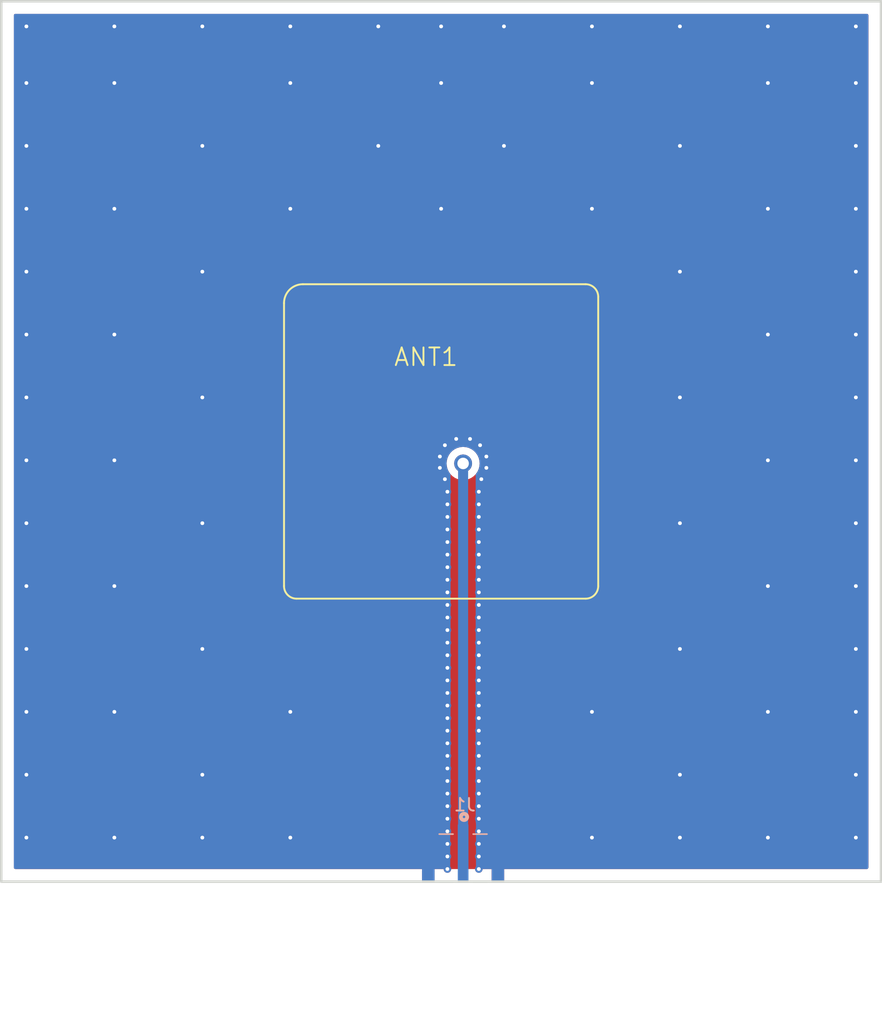
<source format=kicad_pcb>
(kicad_pcb (version 20240108) (generator "pcbnew") (generator_version "8.0")
  (layers (0 "F.Cu" signal) (31 "B.Cu" signal) (34 "B.Paste" user) (35 "F.Paste" user) (36 "B.SilkS" user "B.Silkscreen") (37 "F.SilkS" user "F.Silkscreen") (38 "B.Mask" user) (39 "F.Mask" user) (44 "Edge.Cuts" user))
  (net 0 "")
  (net 1 "GND")
  (net 2 "Net-(ANT1-PadP$1)")
  (footprint "RF_Antenna:WDP.2458.25.4.B.02" (layer "F.Cu") (at 135 95)
    (property "Reference" "ANT1" (at -1.205 -6.714 0) (layer "F.SilkS") (effects (font (size 1.4 1.4))))
    (property "Value" "WDP.2458.25.4.B.02")
    (fp_line (start -12.5 -11) (end -12.5 11.5) (stroke (width 0.1524)) (layer "F.SilkS"))
    (fp_line (start -11.5 12.5) (end 11.5 12.5) (stroke (width 0.1524)) (layer "F.SilkS"))
    (fp_line (start 11.5 -12.5) (end -11 -12.5) (stroke (width 0.1524)) (layer "F.SilkS"))
    (fp_line (start 12.5 11.5) (end 12.5 -11.5) (stroke (width 0.1524)) (layer "F.SilkS"))
    (fp_arc (start -12.5 -11) (mid -12.06066 -12.06066) (end -11 -12.5) (stroke (width 0.1524)) (layer "F.SilkS"))
    (fp_arc (start -11.5 12.5) (mid -12.207107 12.207107) (end -12.5 11.5) (stroke (width 0.1524)) (layer "F.SilkS"))
    (fp_arc (start 11.5 -12.5) (mid 12.207107 -12.207107) (end 12.5 -11.5) (stroke (width 0.1524)) (layer "F.SilkS"))
    (fp_arc (start 12.5 11.5) (mid 12.207107 12.207107) (end 11.5 12.5) (stroke (width 0.1524)) (layer "F.SilkS"))
    (pad "P$1" thru_hole circle (at 1.75 1.75) (size 1.4224 1.4224) (drill 0.9144) (layers "*.Cu" "*.Mask") (net 2 "Net-(ANT1-PadP$1)"))
  )
  (footprint "Connector_Coaxial:TAOGLAS_EMPCB.SMAFSTJ.B.HT" (layer "B.Cu") (at 136.74925 127.7415 180)
    (property "Reference" "J1" (at -0.13514 3.84871 180) (layer "B.SilkS") (effects (font (size 1.000961 1.000961)) (justify mirror)))
    (property "Value" "EMPCB.SMAFSTJ.B.HT")
    (fp_line (start 1.9 1.52) (end 0.8 1.52) (stroke (width 0.127)) (layer "B.SilkS"))
    (fp_line (start 1.9 -2.28) (end 0.8 -2.28) (stroke (width 0.127)) (layer "B.SilkS"))
    (fp_line (start -0.8 1.52) (end -1.9 1.52) (stroke (width 0.127)) (layer "B.SilkS"))
    (fp_line (start -0.8 -2.28) (end -1.9 -2.28) (stroke (width 0.127)) (layer "B.SilkS"))
    (fp_circle (center -0.073 2.888) (end 0.027 2.888) (stroke (width 0.3)) (fill none) (layer "B.SilkS"))
    (pad "1" smd rect (at 0 0 180) (size 0.85 4.56) (layers "B.Cu" "B.Paste" "B.Mask") (net 2 "Net-(ANT1-PadP$1)"))
    (pad "SH1" smd rect (at -2.77 0 180) (size 1 4.56) (layers "F.Cu" "B.Paste" "B.Mask") (net 1 "GND"))
    (pad "SH2" smd rect (at 2.77 0 180) (size 1 4.56) (layers "B.Cu" "B.Paste" "B.Mask") (net 1 "GND"))
    (pad "SH3" smd rect (at -2.77 0 180) (size 1 4.56) (layers "B.Cu" "F.Paste" "F.Mask") (net 1 "GND"))
    (pad "SH4" smd rect (at 2.77 0 180) (size 1 4.56) (layers "F.Cu" "F.Paste" "F.Mask") (net 1 "GND"))
  )
  (gr_rect (start 100 60) (end 170 130) (stroke (width 0.2)) (fill none) (layer "Edge.Cuts"))
  (via (at 102 66.5) (size 0.6) (drill 0.3) (layers "F.Cu" "B.Cu") (net 1))
  (via (at 109 116.5) (size 0.6) (drill 0.3) (layers "F.Cu" "B.Cu") (net 1))
  (via (at 147 116.5) (size 0.6) (drill 0.3) (layers "F.Cu" "B.Cu") (net 1))
  (via (at 135.5 120) (size 0.6) (drill 0.3) (layers "F.Cu" "B.Cu") (net 1))
  (via (at 168 86.5) (size 0.6) (drill 0.3) (layers "F.Cu" "B.Cu") (net 1))
  (via (at 135.5 123) (size 0.6) (drill 0.3) (layers "F.Cu" "B.Cu") (net 1))
  (via (at 154 111.5) (size 0.6) (drill 0.3) (layers "F.Cu" "B.Cu") (net 1))
  (via (at 116 71.5) (size 0.6) (drill 0.3) (layers "F.Cu" "B.Cu") (net 1))
  (via (at 109 96.5) (size 0.6) (drill 0.3) (layers "F.Cu" "B.Cu") (net 1))
  (via (at 130 71.5) (size 0.6) (drill 0.3) (layers "F.Cu" "B.Cu") (net 1))
  (via (at 135.5 107) (size 0.6) (drill 0.3) (layers "F.Cu" "B.Cu") (net 1))
  (via (at 109 76.5) (size 0.6) (drill 0.3) (layers "F.Cu" "B.Cu") (net 1))
  (via (at 138 104) (size 0.6) (drill 0.3) (layers "F.Cu" "B.Cu") (net 1))
  (via (at 135.5 99) (size 0.6) (drill 0.3) (layers "F.Cu" "B.Cu") (net 1))
  (via (at 154 71.5) (size 0.6) (drill 0.3) (layers "F.Cu" "B.Cu") (net 1))
  (via (at 138.6 97.1) (size 0.6) (drill 0.3) (layers "F.Cu" "B.Cu") (net 1))
  (via (at 102 71.5) (size 0.6) (drill 0.3) (layers "F.Cu" "B.Cu") (net 1))
  (via (at 123 76.5) (size 0.6) (drill 0.3) (layers "F.Cu" "B.Cu") (net 1))
  (via (at 168 101.5) (size 0.6) (drill 0.3) (layers "F.Cu" "B.Cu") (net 1))
  (via (at 135.5 105) (size 0.6) (drill 0.3) (layers "F.Cu" "B.Cu") (net 1))
  (via (at 116 91.5) (size 0.6) (drill 0.3) (layers "F.Cu" "B.Cu") (net 1))
  (via (at 135 62) (size 0.6) (drill 0.3) (layers "F.Cu" "B.Cu") (net 1))
  (via (at 138 123) (size 0.6) (drill 0.3) (layers "F.Cu" "B.Cu") (net 1))
  (via (at 168 126.5) (size 0.6) (drill 0.3) (layers "F.Cu" "B.Cu") (net 1))
  (via (at 135.5 111) (size 0.6) (drill 0.3) (layers "F.Cu" "B.Cu") (net 1))
  (via (at 138.2 98) (size 0.6) (drill 0.3) (layers "F.Cu" "B.Cu") (net 1))
  (via (at 138 102) (size 0.6) (drill 0.3) (layers "F.Cu" "B.Cu") (net 1))
  (via (at 147 76.5) (size 0.6) (drill 0.3) (layers "F.Cu" "B.Cu") (net 1))
  (via (at 138 122) (size 0.6) (drill 0.3) (layers "F.Cu" "B.Cu") (net 1))
  (via (at 102 91.5) (size 0.6) (drill 0.3) (layers "F.Cu" "B.Cu") (net 1))
  (via (at 135.5 121) (size 0.6) (drill 0.3) (layers "F.Cu" "B.Cu") (net 1))
  (via (at 135.5 104) (size 0.6) (drill 0.3) (layers "F.Cu" "B.Cu") (net 1))
  (via (at 123 62) (size 0.6) (drill 0.3) (layers "F.Cu" "B.Cu") (net 1))
  (via (at 168 116.5) (size 0.6) (drill 0.3) (layers "F.Cu" "B.Cu") (net 1))
  (via (at 135.3 95.3) (size 0.6) (drill 0.3) (layers "F.Cu" "B.Cu") (net 1))
  (via (at 135.5 112) (size 0.6) (drill 0.3) (layers "F.Cu" "B.Cu") (net 1))
  (via (at 168 96.5) (size 0.6) (drill 0.3) (layers "F.Cu" "B.Cu") (net 1))
  (via (at 154 126.5) (size 0.6) (drill 0.3) (layers "F.Cu" "B.Cu") (net 1))
  (via (at 138 118) (size 0.6) (drill 0.3) (layers "F.Cu" "B.Cu") (net 1))
  (via (at 135.5 124) (size 0.6) (drill 0.3) (layers "F.Cu" "B.Cu") (net 1))
  (via (at 135.5 114) (size 0.6) (drill 0.3) (layers "F.Cu" "B.Cu") (net 1))
  (via (at 138 112) (size 0.6) (drill 0.3) (layers "F.Cu" "B.Cu") (net 1))
  (via (at 109 126.5) (size 0.6) (drill 0.3) (layers "F.Cu" "B.Cu") (net 1))
  (via (at 102 96.5) (size 0.6) (drill 0.3) (layers "F.Cu" "B.Cu") (net 1))
  (via (at 137.3 94.8) (size 0.6) (drill 0.3) (layers "F.Cu" "B.Cu") (net 1))
  (via (at 138 114) (size 0.6) (drill 0.3) (layers "F.Cu" "B.Cu") (net 1))
  (via (at 135 76.5) (size 0.6) (drill 0.3) (layers "F.Cu" "B.Cu") (net 1))
  (via (at 161 76.5) (size 0.6) (drill 0.3) (layers "F.Cu" "B.Cu") (net 1))
  (via (at 102 126.5) (size 0.6) (drill 0.3) (layers "F.Cu" "B.Cu") (net 1))
  (via (at 138 124) (size 0.6) (drill 0.3) (layers "F.Cu" "B.Cu") (net 1))
  (via (at 161 116.5) (size 0.6) (drill 0.3) (layers "F.Cu" "B.Cu") (net 1))
  (via (at 135.5 103) (size 0.6) (drill 0.3) (layers "F.Cu" "B.Cu") (net 1))
  (via (at 140 71.5) (size 0.6) (drill 0.3) (layers "F.Cu" "B.Cu") (net 1))
  (via (at 109 106.5) (size 0.6) (drill 0.3) (layers "F.Cu" "B.Cu") (net 1))
  (via (at 138 101) (size 0.6) (drill 0.3) (layers "F.Cu" "B.Cu") (net 1))
  (via (at 138 113) (size 0.6) (drill 0.3) (layers "F.Cu" "B.Cu") (net 1))
  (via (at 116 126.5) (size 0.6) (drill 0.3) (layers "F.Cu" "B.Cu") (net 1))
  (via (at 138 110) (size 0.6) (drill 0.3) (layers "F.Cu" "B.Cu") (net 1))
  (via (at 135.5 117) (size 0.6) (drill 0.3) (layers "F.Cu" "B.Cu") (net 1))
  (via (at 135.5 116) (size 0.6) (drill 0.3) (layers "F.Cu" "B.Cu") (net 1))
  (via (at 138 109) (size 0.6) (drill 0.3) (layers "F.Cu" "B.Cu") (net 1))
  (via (at 168 81.5) (size 0.6) (drill 0.3) (layers "F.Cu" "B.Cu") (net 1))
  (via (at 161 106.5) (size 0.6) (drill 0.3) (layers "F.Cu" "B.Cu") (net 1))
  (via (at 138 111) (size 0.6) (drill 0.3) (layers "F.Cu" "B.Cu") (net 1))
  (via (at 135.5 100) (size 0.6) (drill 0.3) (layers "F.Cu" "B.Cu") (net 1))
  (via (at 109 66.5) (size 0.6) (drill 0.3) (layers "F.Cu" "B.Cu") (net 1))
  (via (at 138 99) (size 0.6) (drill 0.3) (layers "F.Cu" "B.Cu") (net 1))
  (via (at 135.3 98) (size 0.6) (drill 0.3) (layers "F.Cu" "B.Cu") (net 1))
  (via (at 168 66.5) (size 0.6) (drill 0.3) (layers "F.Cu" "B.Cu") (net 1))
  (via (at 135.5 125) (size 0.6) (drill 0.3) (layers "F.Cu" "B.Cu") (net 1))
  (via (at 138.1 95.3) (size 0.6) (drill 0.3) (layers "F.Cu" "B.Cu") (net 1))
  (via (at 147 66.5) (size 0.6) (drill 0.3) (layers "F.Cu" "B.Cu") (net 1))
  (via (at 102 111.5) (size 0.6) (drill 0.3) (layers "F.Cu" "B.Cu") (net 1))
  (via (at 135.5 118) (size 0.6) (drill 0.3) (layers "F.Cu" "B.Cu") (net 1))
  (via (at 138 103) (size 0.6) (drill 0.3) (layers "F.Cu" "B.Cu") (net 1))
  (via (at 138 117) (size 0.6) (drill 0.3) (layers "F.Cu" "B.Cu") (net 1))
  (via (at 116 111.5) (size 0.6) (drill 0.3) (layers "F.Cu" "B.Cu") (net 1))
  (via (at 102 81.5) (size 0.6) (drill 0.3) (layers "F.Cu" "B.Cu") (net 1))
  (via (at 168 106.5) (size 0.6) (drill 0.3) (layers "F.Cu" "B.Cu") (net 1))
  (via (at 135.5 128) (size 0.6) (drill 0.3) (layers "F.Cu" "B.Cu") (net 1))
  (via (at 168 62) (size 0.6) (drill 0.3) (layers "F.Cu" "B.Cu") (net 1))
  (via (at 161 96.5) (size 0.6) (drill 0.3) (layers "F.Cu" "B.Cu") (net 1))
  (via (at 168 76.5) (size 0.6) (drill 0.3) (layers "F.Cu" "B.Cu") (net 1))
  (via (at 161 62) (size 0.6) (drill 0.3) (layers "F.Cu" "B.Cu") (net 1))
  (via (at 102 62) (size 0.6) (drill 0.3) (layers "F.Cu" "B.Cu") (net 1))
  (via (at 138 100) (size 0.6) (drill 0.3) (layers "F.Cu" "B.Cu") (net 1))
  (via (at 135.5 119) (size 0.6) (drill 0.3) (layers "F.Cu" "B.Cu") (net 1))
  (via (at 138 115) (size 0.6) (drill 0.3) (layers "F.Cu" "B.Cu") (net 1))
  (via (at 138 106) (size 0.6) (drill 0.3) (layers "F.Cu" "B.Cu") (net 1))
  (via (at 116 81.5) (size 0.6) (drill 0.3) (layers "F.Cu" "B.Cu") (net 1))
  (via (at 135.5 102) (size 0.6) (drill 0.3) (layers "F.Cu" "B.Cu") (net 1))
  (via (at 116 121.5) (size 0.6) (drill 0.3) (layers "F.Cu" "B.Cu") (net 1))
  (via (at 134.9 97.1) (size 0.6) (drill 0.3) (layers "F.Cu" "B.Cu") (net 1))
  (via (at 154 62) (size 0.6) (drill 0.3) (layers "F.Cu" "B.Cu") (net 1))
  (via (at 102 106.5) (size 0.6) (drill 0.3) (layers "F.Cu" "B.Cu") (net 1))
  (via (at 134.9 96.2) (size 0.6) (drill 0.3) (layers "F.Cu" "B.Cu") (net 1))
  (via (at 161 126.5) (size 0.6) (drill 0.3) (layers "F.Cu" "B.Cu") (net 1))
  (via (at 102 76.5) (size 0.6) (drill 0.3) (layers "F.Cu" "B.Cu") (net 1))
  (via (at 116 62) (size 0.6) (drill 0.3) (layers "F.Cu" "B.Cu") (net 1))
  (via (at 138 121) (size 0.6) (drill 0.3) (layers "F.Cu" "B.Cu") (net 1))
  (via (at 138 107) (size 0.6) (drill 0.3) (layers "F.Cu" "B.Cu") (net 1))
  (via (at 123 116.5) (size 0.6) (drill 0.3) (layers "F.Cu" "B.Cu") (net 1))
  (via (at 135.5 113) (size 0.6) (drill 0.3) (layers "F.Cu" "B.Cu") (net 1))
  (via (at 136.2 94.8) (size 0.6) (drill 0.3) (layers "F.Cu" "B.Cu") (net 1))
  (via (at 135.5 108) (size 0.6) (drill 0.3) (layers "F.Cu" "B.Cu") (net 1))
  (via (at 138 108) (size 0.6) (drill 0.3) (layers "F.Cu" "B.Cu") (net 1))
  (via (at 154 121.5) (size 0.6) (drill 0.3) (layers "F.Cu" "B.Cu") (net 1))
  (via (at 138 120) (size 0.6) (drill 0.3) (layers "F.Cu" "B.Cu") (net 1))
  (via (at 161 66.5) (size 0.6) (drill 0.3) (layers "F.Cu" "B.Cu") (net 1))
  (via (at 135.5 126) (size 0.6) (drill 0.3) (layers "F.Cu" "B.Cu") (net 1))
  (via (at 138 126) (size 0.6) (drill 0.3) (layers "F.Cu" "B.Cu") (net 1))
  (via (at 135 66.5) (size 0.6) (drill 0.3) (layers "F.Cu" "B.Cu") (net 1))
  (via (at 135.5 115) (size 0.6) (drill 0.3) (layers "F.Cu" "B.Cu") (net 1))
  (via (at 102 101.5) (size 0.6) (drill 0.3) (layers "F.Cu" "B.Cu") (net 1))
  (via (at 168 71.5) (size 0.6) (drill 0.3) (layers "F.Cu" "B.Cu") (net 1))
  (via (at 102 116.5) (size 0.6) (drill 0.3) (layers "F.Cu" "B.Cu") (net 1))
  (via (at 154 91.5) (size 0.6) (drill 0.3) (layers "F.Cu" "B.Cu") (net 1))
  (via (at 168 121.5) (size 0.6) (drill 0.3) (layers "F.Cu" "B.Cu") (net 1))
  (via (at 135.5 106) (size 0.6) (drill 0.3) (layers "F.Cu" "B.Cu") (net 1))
  (via (at 161 86.5) (size 0.6) (drill 0.3) (layers "F.Cu" "B.Cu") (net 1))
  (via (at 138.6 96.2) (size 0.6) (drill 0.3) (layers "F.Cu" "B.Cu") (net 1))
  (via (at 140 62) (size 0.6) (drill 0.3) (layers "F.Cu" "B.Cu") (net 1))
  (via (at 154 101.5) (size 0.6) (drill 0.3) (layers "F.Cu" "B.Cu") (net 1))
  (via (at 135.5 101) (size 0.6) (drill 0.3) (layers "F.Cu" "B.Cu") (net 1))
  (via (at 135.5 129) (size 0.6) (drill 0.3) (layers "F.Cu" "B.Cu") (net 1))
  (via (at 138 105) (size 0.6) (drill 0.3) (layers "F.Cu" "B.Cu") (net 1))
  (via (at 147 62) (size 0.6) (drill 0.3) (layers "F.Cu" "B.Cu") (net 1))
  (via (at 109 62) (size 0.6) (drill 0.3) (layers "F.Cu" "B.Cu") (net 1))
  (via (at 138 125) (size 0.6) (drill 0.3) (layers "F.Cu" "B.Cu") (net 1))
  (via (at 135.5 122) (size 0.6) (drill 0.3) (layers "F.Cu" "B.Cu") (net 1))
  (via (at 135.5 127) (size 0.6) (drill 0.3) (layers "F.Cu" "B.Cu") (net 1))
  (via (at 138 128) (size 0.6) (drill 0.3) (layers "F.Cu" "B.Cu") (net 1))
  (via (at 138 129) (size 0.6) (drill 0.3) (layers "F.Cu" "B.Cu") (net 1))
  (via (at 130 62) (size 0.6) (drill 0.3) (layers "F.Cu" "B.Cu") (net 1))
  (via (at 154 81.5) (size 0.6) (drill 0.3) (layers "F.Cu" "B.Cu") (net 1))
  (via (at 102 86.5) (size 0.6) (drill 0.3) (layers "F.Cu" "B.Cu") (net 1))
  (via (at 138 127) (size 0.6) (drill 0.3) (layers "F.Cu" "B.Cu") (net 1))
  (via (at 138 116) (size 0.6) (drill 0.3) (layers "F.Cu" "B.Cu") (net 1))
  (via (at 109 86.5) (size 0.6) (drill 0.3) (layers "F.Cu" "B.Cu") (net 1))
  (via (at 102 121.5) (size 0.6) (drill 0.3) (layers "F.Cu" "B.Cu") (net 1))
  (via (at 116 101.5) (size 0.6) (drill 0.3) (layers "F.Cu" "B.Cu") (net 1))
  (via (at 123 66.5) (size 0.6) (drill 0.3) (layers "F.Cu" "B.Cu") (net 1))
  (via (at 135.5 110) (size 0.6) (drill 0.3) (layers "F.Cu" "B.Cu") (net 1))
  (via (at 168 91.5) (size 0.6) (drill 0.3) (layers "F.Cu" "B.Cu") (net 1))
  (via (at 168 111.5) (size 0.6) (drill 0.3) (layers "F.Cu" "B.Cu") (net 1))
  (via (at 135.5 109) (size 0.6) (drill 0.3) (layers "F.Cu" "B.Cu") (net 1))
  (via (at 123 126.5) (size 0.6) (drill 0.3) (layers "F.Cu" "B.Cu") (net 1))
  (via (at 138 119) (size 0.6) (drill 0.3) (layers "F.Cu" "B.Cu") (net 1))
  (via (at 147 126.5) (size 0.6) (drill 0.3) (layers "F.Cu" "B.Cu") (net 1))
  (segment (start 136.75 96.75) (end 136.75 127.70075) (width 0.8) (layer "B.Cu") (net 2))
  (zone (net 1) (net_name "GND") (layers "F&B.Cu") (connect_pads yes (clearance 0.6)) (min_thickness 0.25) (fill yes (thermal_gap 0.5) (thermal_bridge_width 0.5))
    (polygon (pts (xy 101 61) (xy 101 129) (xy 169 129) (xy 169 61)))
  )
)
</source>
